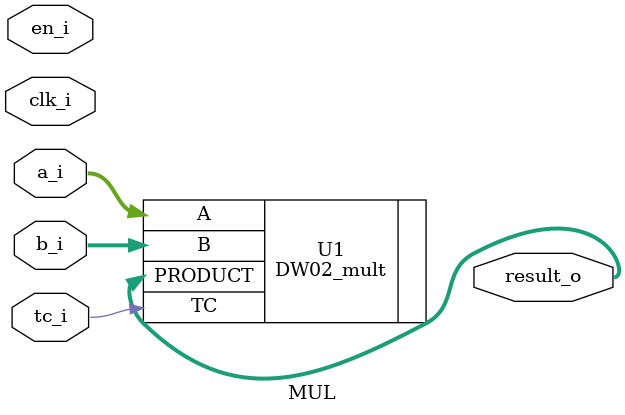
<source format=sv>
/*
###########################################
# Title:  MUL.sv
# Author: Michal Gorywoda
# Date:   26.04.2023
###########################################
*/
module MUL #
(
    parameter   DATA_WIDTH = 32
)(

    input                                       clk_i,
    input                                       en_i,
    input    [DATA_WIDTH-1:0]                   a_i,
    input    [DATA_WIDTH-1:0]                   b_i,
    input    tc_i,

    output  logic unsigned  [2*DATA_WIDTH-1:0]  result_o
);


DW02_mult #(DATA_WIDTH, DATA_WIDTH)
    U1 ( 
        .A(a_i), 
        .B(b_i), 
        .TC(tc_i), 
        .PRODUCT(result_o) 
    );

endmodule
</source>
